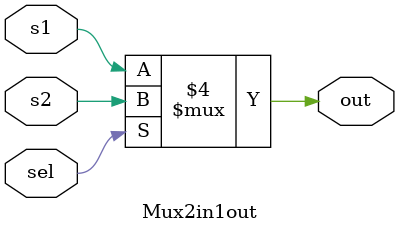
<source format=v>
/*!>
* 2 in 1 out multiplexer module
*
*+ Input +* 
* s1 	- Source 1
* s2	- Source 2
* sel - Selector
*
*
*+ Output +* 
*  out - source output
*
*
<!*/
module Mux2in1out(
input s1, 
input s2, 
input sel,
output reg out
);

always @(s1, s2, sel)
begin
	if(~sel)
		begin 
			out=s1;
		end
	else
		begin
			out=s2;
		end
end

endmodule 
		
</source>
